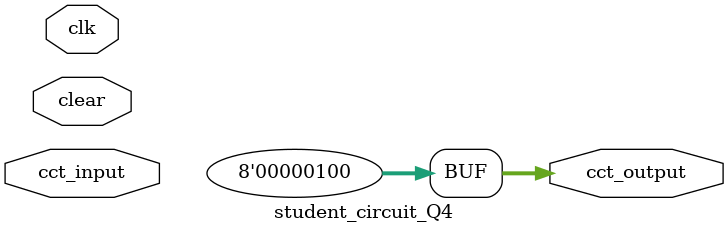
<source format=sv>
module student_circuit_Q4 (
	input wire        clk,
	input wire        clear,
	input wire  [7:0] cct_input,
	output reg  [7:0] cct_output
);

always @ *
	cct_output  = 8'H4;

endmodule

</source>
